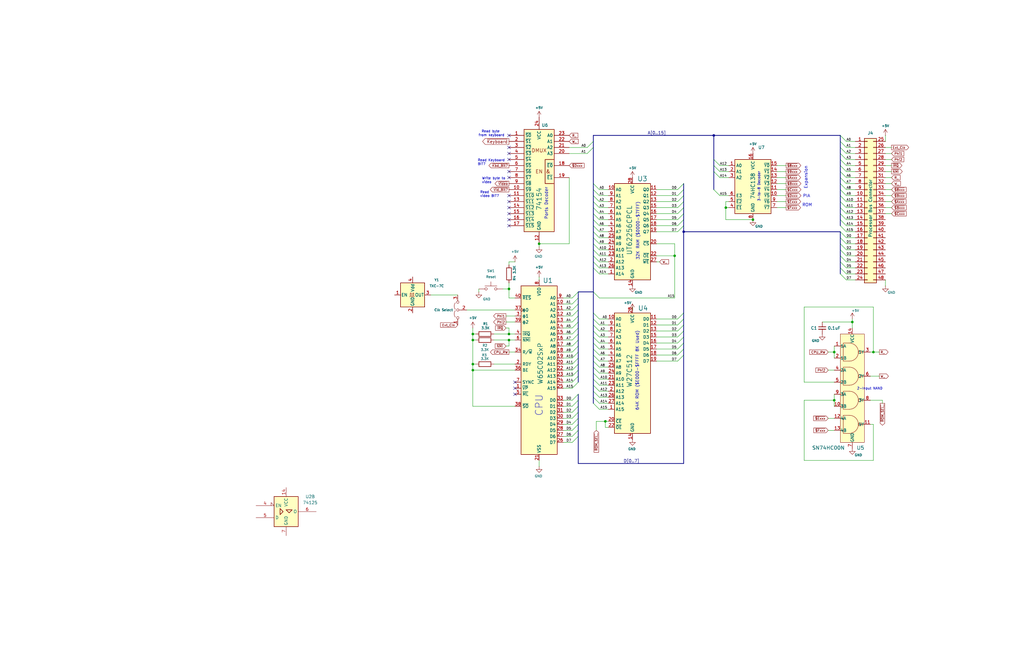
<source format=kicad_sch>
(kicad_sch (version 20250114) (generator "eeschema") (generator_version "9.0")
  (paper "B")
  (title_block (title "Apple I - Reproduction Board") (date "2025-02-18") (rev "v01") (company "IARI Tech, LLC") (comment 1 "Based on original derivative work by Sergey Panarin - SmartyKit") (comment 2 "https://creativecommons.org/licenses/by-nc-sa/4.0/") (comment 3 "This work is licensed under CC BY-NC-SA 4.0") (comment 4 "Tom Gambill"))
  (text "ROM" (at 340.36 86.614 0) (effects (font (size 1.27 1.27))))
  (text "PIA" (at 340.106 82.804 0) (effects (font (size 1.27 1.27))))
  (text "Read\nvideo BIT7" (at 202.438 82.042 0) (effects (font (size 1 1)) (justify left)))
  (text "Write byte to\nvideo" (at 203.2 76.2 0) (effects (font (size 1 1)) (justify left)))
  (text "2-Input NAND" (at 366.776 164.084 0) (effects (font (size 1 1))))
  (text "32K RAM ($0000-$7FFF)" (at 268.986 97.536 90) (effects (font (size 1.27 1.27))))
  (text "Ports Decoder" (at 230.378 85.852 90) (effects (font (size 1.27 1.27))))
  (text "3-to-8 Decoder" (at 320.04 78.74 90) (effects (font (size 1 1))))
  (text "64K ROM ($E000-$FFFF 8K Used)" (at 268.732 156.464 90) (effects (font (size 1.27 1.27))))
  (text "CPU" (at 227.33 171.196 90) (effects (font (size 3 3))))
  (text "Expansion" (at 339.852 74.93 90) (effects (font (size 1.27 1.27))))
  (text "Read Keyboard\nBIT7" (at 201.422 68.58 0) (effects (font (size 1 1)) (justify left)))
  (text "Read byte \nfrom keyboard" (at 207.264 56.388 0) (effects (font (size 1 1))))
  (junction (at 351.79 148.59))
  (junction (at 351.79 168.91))
  (junction (at 214.63 121.92))
  (junction (at 300.99 57.15))
  (junction (at 359.41 135.89))
  (junction (at 284.48 107.95))
  (junction (at 306.07 87.63))
  (junction (at 317.5 92.71))
  (junction (at 288.29 97.79))
  (junction (at 214.63 140.97))
  (junction (at 227.33 102.87))
  (junction (at 199.39 140.97))
  (junction (at 255.27 177.8))
  (junction (at 368.3 148.59))
  (junction (at 199.39 156.21))
  (junction (at 199.39 153.67))
  (junction (at 199.39 143.51))
  (junction (at 214.63 143.51))
  (no_connect (at 214.63 95.25))
  (no_connect (at 214.63 92.71))
  (no_connect (at 214.63 90.17))
  (no_connect (at 214.63 72.39))
  (no_connect (at 217.17 163.83))
  (no_connect (at 214.63 85.09))
  (no_connect (at 217.17 166.37))
  (no_connect (at 214.63 67.31))
  (no_connect (at 217.17 161.29))
  (no_connect (at 214.63 62.23))
  (no_connect (at 214.63 57.15))
  (no_connect (at 214.63 87.63))
  (no_connect (at 214.63 82.55))
  (no_connect (at 214.63 74.93))
  (no_connect (at 214.63 64.77))
  (bus_entry (at 250.19 152.4) (size 2.54 2.54))
  (bus_entry (at 288.29 137.16) (size -2.54 2.54))
  (bus_entry (at 288.29 142.24) (size -2.54 2.54))
  (bus_entry (at 250.19 123.19) (size 2.54 2.54))
  (bus_entry (at 288.29 92.71) (size -2.54 2.54))
  (bus_entry (at 354.33 100.33) (size 2.54 2.54))
  (bus_entry (at 243.84 179.07) (size -2.54 2.54))
  (bus_entry (at 250.19 82.55) (size 2.54 2.54))
  (bus_entry (at 250.19 134.62) (size 2.54 2.54))
  (bus_entry (at 250.19 100.33) (size 2.54 2.54))
  (bus_entry (at 288.29 80.01) (size -2.54 2.54))
  (bus_entry (at 300.99 67.31) (size 2.54 2.54))
  (bus_entry (at 243.84 143.51) (size -2.54 2.54))
  (bus_entry (at 354.33 82.55) (size 2.54 2.54))
  (bus_entry (at 354.33 69.85) (size 2.54 2.54))
  (bus_entry (at 243.84 138.43) (size -2.54 2.54))
  (bus_entry (at 288.29 87.63) (size -2.54 2.54))
  (bus_entry (at 288.29 82.55) (size -2.54 2.54))
  (bus_entry (at 354.33 87.63) (size 2.54 2.54))
  (bus_entry (at 243.84 151.13) (size -2.54 2.54))
  (bus_entry (at 250.19 102.87) (size 2.54 2.54))
  (bus_entry (at 243.84 156.21) (size -2.54 2.54))
  (bus_entry (at 300.99 80.01) (size 2.54 2.54))
  (bus_entry (at 243.84 166.37) (size -2.54 2.54))
  (bus_entry (at 354.33 67.31) (size 2.54 2.54))
  (bus_entry (at 354.33 59.69) (size 2.54 2.54))
  (bus_entry (at 243.84 173.99) (size -2.54 2.54))
  (bus_entry (at 250.19 157.48) (size 2.54 2.54))
  (bus_entry (at 250.19 90.17) (size 2.54 2.54))
  (bus_entry (at 288.29 149.86) (size -2.54 2.54))
  (bus_entry (at 354.33 85.09) (size 2.54 2.54))
  (bus_entry (at 288.29 95.25) (size -2.54 2.54))
  (bus_entry (at 300.99 69.85) (size 2.54 2.54))
  (bus_entry (at 250.19 92.71) (size 2.54 2.54))
  (bus_entry (at 288.29 134.62) (size -2.54 2.54))
  (bus_entry (at 250.19 149.86) (size 2.54 2.54))
  (bus_entry (at 354.33 113.03) (size 2.54 2.54))
  (bus_entry (at 243.84 148.59) (size -2.54 2.54))
  (bus_entry (at 243.84 184.15) (size -2.54 2.54))
  (bus_entry (at 354.33 80.01) (size 2.54 2.54))
  (bus_entry (at 250.19 147.32) (size 2.54 2.54))
  (bus_entry (at 354.33 95.25) (size 2.54 2.54))
  (bus_entry (at 250.19 142.24) (size 2.54 2.54))
  (bus_entry (at 288.29 85.09) (size -2.54 2.54))
  (bus_entry (at 243.84 140.97) (size -2.54 2.54))
  (bus_entry (at 250.19 154.94) (size 2.54 2.54))
  (bus_entry (at 243.84 153.67) (size -2.54 2.54))
  (bus_entry (at 243.84 123.19) (size -2.54 2.54))
  (bus_entry (at 243.84 176.53) (size -2.54 2.54))
  (bus_entry (at 250.19 137.16) (size 2.54 2.54))
  (bus_entry (at 288.29 77.47) (size -2.54 2.54))
  (bus_entry (at 354.33 92.71) (size 2.54 2.54))
  (bus_entry (at 243.84 135.89) (size -2.54 2.54))
  (bus_entry (at 250.19 85.09) (size 2.54 2.54))
  (bus_entry (at 288.29 132.08) (size -2.54 2.54))
  (bus_entry (at 250.19 107.95) (size 2.54 2.54))
  (bus_entry (at 250.19 132.08) (size 2.54 2.54))
  (bus_entry (at 250.19 170.18) (size 2.54 2.54))
  (bus_entry (at 243.84 128.27) (size -2.54 2.54))
  (bus_entry (at 250.19 165.1) (size 2.54 2.54))
  (bus_entry (at 288.29 90.17) (size -2.54 2.54))
  (bus_entry (at 250.19 80.01) (size 2.54 2.54))
  (bus_entry (at 354.33 90.17) (size 2.54 2.54))
  (bus_entry (at 250.19 59.69) (size -2.54 2.54))
  (bus_entry (at 243.84 130.81) (size -2.54 2.54))
  (bus_entry (at 354.33 110.49) (size 2.54 2.54))
  (bus_entry (at 250.19 139.7) (size 2.54 2.54))
  (bus_entry (at 288.29 147.32) (size -2.54 2.54))
  (bus_entry (at 243.84 133.35) (size -2.54 2.54))
  (bus_entry (at 250.19 62.23) (size -2.54 2.54))
  (bus_entry (at 250.19 77.47) (size 2.54 2.54))
  (bus_entry (at 354.33 64.77) (size 2.54 2.54))
  (bus_entry (at 243.84 158.75) (size -2.54 2.54))
  (bus_entry (at 243.84 146.05) (size -2.54 2.54))
  (bus_entry (at 243.84 171.45) (size -2.54 2.54))
  (bus_entry (at 354.33 107.95) (size 2.54 2.54))
  (bus_entry (at 243.84 161.29) (size -2.54 2.54))
  (bus_entry (at 354.33 72.39) (size 2.54 2.54))
  (bus_entry (at 250.19 110.49) (size 2.54 2.54))
  (bus_entry (at 354.33 115.57) (size 2.54 2.54))
  (bus_entry (at 288.29 139.7) (size -2.54 2.54))
  (bus_entry (at 354.33 97.79) (size 2.54 2.54))
  (bus_entry (at 300.99 72.39) (size 2.54 2.54))
  (bus_entry (at 243.84 181.61) (size -2.54 2.54))
  (bus_entry (at 250.19 95.25) (size 2.54 2.54))
  (bus_entry (at 250.19 105.41) (size 2.54 2.54))
  (bus_entry (at 250.19 144.78) (size 2.54 2.54))
  (bus_entry (at 250.19 167.64) (size 2.54 2.54))
  (bus_entry (at 354.33 105.41) (size 2.54 2.54))
  (bus_entry (at 250.19 162.56) (size 2.54 2.54))
  (bus_entry (at 288.29 144.78) (size -2.54 2.54))
  (bus_entry (at 354.33 102.87) (size 2.54 2.54))
  (bus_entry (at 243.84 125.73) (size -2.54 2.54))
  (bus_entry (at 250.19 87.63) (size 2.54 2.54))
  (bus_entry (at 243.84 168.91) (size -2.54 2.54))
  (bus_entry (at 354.33 74.93) (size 2.54 2.54))
  (bus_entry (at 250.19 113.03) (size 2.54 2.54))
  (bus_entry (at 250.19 160.02) (size 2.54 2.54))
  (bus_entry (at 354.33 57.15) (size 2.54 2.54))
  (bus_entry (at 250.19 97.79) (size 2.54 2.54))
  (bus_entry (at 354.33 62.23) (size 2.54 2.54))
  (bus_entry (at 354.33 77.47) (size 2.54 2.54))
  (wire (pts (xy 237.49 138.43) (xy 241.3 138.43)))
  (wire (pts (xy 346.71 135.89) (xy 359.41 135.89)))
  (wire (pts (xy 359.41 135.89) (xy 359.41 138.43)))
  (wire (pts (xy 356.87 59.69) (xy 360.68 59.69)))
  (bus (pts (xy 243.84 148.59) (xy 243.84 146.05)))
  (wire (pts (xy 214.63 110.49) (xy 217.17 110.49)))
  (wire (pts (xy 227.33 116.84) (xy 227.33 118.11)))
  (wire (pts (xy 373.38 90.17) (xy 375.92 90.17)))
  (wire (pts (xy 252.73 85.09) (xy 256.54 85.09)))
  (wire (pts (xy 373.38 82.55) (xy 375.92 82.55)))
  (wire (pts (xy 214.63 119.38) (xy 214.63 121.92)))
  (bus (pts (xy 354.33 64.77) (xy 354.33 67.31)))
  (wire (pts (xy 255.27 180.34) (xy 256.54 180.34)))
  (wire (pts (xy 359.41 134.62) (xy 359.41 135.89)))
  (bus (pts (xy 250.19 162.56) (xy 250.19 165.1)))
  (bus (pts (xy 354.33 107.95) (xy 354.33 110.49)))
  (wire (pts (xy 284.48 102.87) (xy 284.48 107.95)))
  (wire (pts (xy 199.39 143.51) (xy 200.66 143.51)))
  (wire (pts (xy 356.87 100.33) (xy 360.68 100.33)))
  (wire (pts (xy 199.39 140.97) (xy 199.39 143.51)))
  (wire (pts (xy 214.63 140.97) (xy 217.17 140.97)))
  (wire (pts (xy 276.86 107.95) (xy 284.48 107.95)))
  (wire (pts (xy 237.49 133.35) (xy 241.3 133.35)))
  (bus (pts (xy 250.19 110.49) (xy 250.19 113.03)))
  (wire (pts (xy 237.49 163.83) (xy 241.3 163.83)))
  (bus (pts (xy 288.29 77.47) (xy 288.29 80.01)))
  (wire (pts (xy 237.49 158.75) (xy 241.3 158.75)))
  (bus (pts (xy 250.19 147.32) (xy 250.19 149.86)))
  (wire (pts (xy 252.73 160.02) (xy 256.54 160.02)))
  (bus (pts (xy 288.29 82.55) (xy 288.29 85.09)))
  (bus (pts (xy 250.19 80.01) (xy 250.19 82.55)))
  (wire (pts (xy 356.87 85.09) (xy 360.68 85.09)))
  (bus (pts (xy 250.19 85.09) (xy 250.19 87.63)))
  (wire (pts (xy 237.49 171.45) (xy 241.3 171.45)))
  (bus (pts (xy 250.19 113.03) (xy 250.19 123.19)))
  (wire (pts (xy 349.25 148.59) (xy 351.79 148.59)))
  (bus (pts (xy 250.19 165.1) (xy 250.19 167.64)))
  (bus (pts (xy 243.84 135.89) (xy 243.84 133.35)))
  (wire (pts (xy 372.11 168.91) (xy 372.11 170.18)))
  (wire (pts (xy 367.03 148.59) (xy 368.3 148.59)))
  (wire (pts (xy 356.87 113.03) (xy 360.68 113.03)))
  (bus (pts (xy 250.19 97.79) (xy 250.19 100.33)))
  (wire (pts (xy 356.87 90.17) (xy 360.68 90.17)))
  (wire (pts (xy 214.63 121.92) (xy 214.63 125.73)))
  (wire (pts (xy 213.36 135.89) (xy 217.17 135.89)))
  (wire (pts (xy 276.86 90.17) (xy 285.75 90.17)))
  (wire (pts (xy 349.25 181.61) (xy 351.79 181.61)))
  (wire (pts (xy 276.86 137.16) (xy 285.75 137.16)))
  (wire (pts (xy 356.87 118.11) (xy 360.68 118.11)))
  (wire (pts (xy 327.66 69.85) (xy 331.47 69.85)))
  (wire (pts (xy 214.63 110.49) (xy 214.63 111.76)))
  (bus (pts (xy 288.29 87.63) (xy 288.29 90.17)))
  (wire (pts (xy 356.87 102.87) (xy 360.68 102.87)))
  (wire (pts (xy 373.38 74.93) (xy 375.92 74.93)))
  (bus (pts (xy 300.99 67.31) (xy 300.99 69.85)))
  (wire (pts (xy 306.07 87.63) (xy 307.34 87.63)))
  (wire (pts (xy 276.86 80.01) (xy 285.75 80.01)))
  (wire (pts (xy 199.39 156.21) (xy 199.39 153.67)))
  (wire (pts (xy 327.66 85.09) (xy 331.47 85.09)))
  (wire (pts (xy 237.49 146.05) (xy 241.3 146.05)))
  (wire (pts (xy 266.7 130.81) (xy 266.7 129.54)))
  (wire (pts (xy 351.79 168.91) (xy 339.09 168.91)))
  (bus (pts (xy 354.33 82.55) (xy 354.33 85.09)))
  (wire (pts (xy 276.86 97.79) (xy 285.75 97.79)))
  (bus (pts (xy 250.19 92.71) (xy 250.19 95.25)))
  (wire (pts (xy 237.49 176.53) (xy 241.3 176.53)))
  (wire (pts (xy 368.3 148.59) (xy 368.3 129.54)))
  (bus (pts (xy 354.33 57.15) (xy 354.33 59.69)))
  (bus (pts (xy 354.33 62.23) (xy 354.33 64.77)))
  (wire (pts (xy 368.3 129.54) (xy 339.09 129.54)))
  (bus (pts (xy 250.19 107.95) (xy 250.19 110.49)))
  (bus (pts (xy 243.84 181.61) (xy 243.84 184.15)))
  (wire (pts (xy 351.79 146.05) (xy 351.79 148.59)))
  (wire (pts (xy 199.39 153.67) (xy 200.66 153.67)))
  (wire (pts (xy 373.38 87.63) (xy 375.92 87.63)))
  (bus (pts (xy 354.33 59.69) (xy 354.33 62.23)))
  (bus (pts (xy 288.29 134.62) (xy 288.29 137.16)))
  (wire (pts (xy 227.33 104.14) (xy 227.33 102.87)))
  (wire (pts (xy 252.73 95.25) (xy 256.54 95.25)))
  (bus (pts (xy 300.99 57.15) (xy 354.33 57.15)))
  (wire (pts (xy 276.86 144.78) (xy 285.75 144.78)))
  (wire (pts (xy 367.03 168.91) (xy 372.11 168.91)))
  (wire (pts (xy 284.48 107.95) (xy 284.48 125.73)))
  (bus (pts (xy 288.29 85.09) (xy 288.29 87.63)))
  (wire (pts (xy 208.28 153.67) (xy 217.17 153.67)))
  (wire (pts (xy 252.73 125.73) (xy 284.48 125.73)))
  (bus (pts (xy 354.33 113.03) (xy 354.33 115.57)))
  (bus (pts (xy 250.19 167.64) (xy 250.19 170.18)))
  (wire (pts (xy 237.49 125.73) (xy 241.3 125.73)))
  (wire (pts (xy 306.07 87.63) (xy 306.07 92.71)))
  (wire (pts (xy 373.38 118.11) (xy 373.38 120.65)))
  (wire (pts (xy 252.73 154.94) (xy 256.54 154.94)))
  (wire (pts (xy 252.73 157.48) (xy 256.54 157.48)))
  (wire (pts (xy 237.49 128.27) (xy 241.3 128.27)))
  (bus (pts (xy 243.84 133.35) (xy 243.84 130.81)))
  (wire (pts (xy 252.73 152.4) (xy 256.54 152.4)))
  (wire (pts (xy 306.07 85.09) (xy 307.34 85.09)))
  (wire (pts (xy 213.36 133.35) (xy 217.17 133.35)))
  (wire (pts (xy 276.86 147.32) (xy 285.75 147.32)))
  (bus (pts (xy 250.19 102.87) (xy 250.19 105.41)))
  (bus (pts (xy 243.84 138.43) (xy 243.84 135.89)))
  (wire (pts (xy 276.86 142.24) (xy 285.75 142.24)))
  (wire (pts (xy 252.73 149.86) (xy 256.54 149.86)))
  (wire (pts (xy 356.87 110.49) (xy 360.68 110.49)))
  (wire (pts (xy 252.73 110.49) (xy 256.54 110.49)))
  (wire (pts (xy 339.09 194.31) (xy 368.3 194.31)))
  (bus (pts (xy 243.84 130.81) (xy 243.84 128.27)))
  (bus (pts (xy 243.84 123.19) (xy 250.19 123.19)))
  (bus (pts (xy 250.19 82.55) (xy 250.19 85.09)))
  (bus (pts (xy 250.19 62.23) (xy 250.19 59.69)))
  (wire (pts (xy 367.03 158.75) (xy 370.84 158.75)))
  (wire (pts (xy 252.73 139.7) (xy 256.54 139.7)))
  (wire (pts (xy 303.53 74.93) (xy 307.34 74.93)))
  (bus (pts (xy 354.33 87.63) (xy 354.33 90.17)))
  (bus (pts (xy 288.29 92.71) (xy 288.29 95.25)))
  (wire (pts (xy 276.86 152.4) (xy 285.75 152.4)))
  (wire (pts (xy 199.39 143.51) (xy 199.39 153.67)))
  (wire (pts (xy 213.36 138.43) (xy 214.63 138.43)))
  (bus (pts (xy 288.29 132.08) (xy 288.29 134.62)))
  (bus (pts (xy 243.84 161.29) (xy 243.84 158.75)))
  (wire (pts (xy 199.39 156.21) (xy 217.17 156.21)))
  (wire (pts (xy 373.38 57.15) (xy 373.38 59.69)))
  (wire (pts (xy 373.38 67.31) (xy 375.92 67.31)))
  (wire (pts (xy 356.87 77.47) (xy 360.68 77.47)))
  (wire (pts (xy 240.03 62.23) (xy 247.65 62.23)))
  (wire (pts (xy 252.73 87.63) (xy 256.54 87.63)))
  (wire (pts (xy 276.86 102.87) (xy 284.48 102.87)))
  (bus (pts (xy 243.84 195.58) (xy 288.29 195.58)))
  (bus (pts (xy 288.29 80.01) (xy 288.29 82.55)))
  (wire (pts (xy 237.49 135.89) (xy 241.3 135.89)))
  (wire (pts (xy 276.86 87.63) (xy 285.75 87.63)))
  (wire (pts (xy 373.38 69.85) (xy 375.92 69.85)))
  (wire (pts (xy 252.73 92.71) (xy 256.54 92.71)))
  (bus (pts (xy 243.84 125.73) (xy 243.84 123.19)))
  (bus (pts (xy 250.19 77.47) (xy 250.19 80.01)))
  (wire (pts (xy 356.87 74.93) (xy 360.68 74.93)))
  (wire (pts (xy 356.87 62.23) (xy 360.68 62.23)))
  (wire (pts (xy 252.73 80.01) (xy 256.54 80.01)))
  (wire (pts (xy 327.66 87.63) (xy 331.47 87.63)))
  (wire (pts (xy 237.49 143.51) (xy 241.3 143.51)))
  (bus (pts (xy 288.29 90.17) (xy 288.29 92.71)))
  (bus (pts (xy 250.19 134.62) (xy 250.19 137.16)))
  (bus (pts (xy 243.84 179.07) (xy 243.84 181.61)))
  (wire (pts (xy 351.79 168.91) (xy 351.79 171.45)))
  (wire (pts (xy 255.27 177.8) (xy 256.54 177.8)))
  (wire (pts (xy 306.07 85.09) (xy 306.07 87.63)))
  (wire (pts (xy 252.73 107.95) (xy 256.54 107.95)))
  (bus (pts (xy 354.33 77.47) (xy 354.33 80.01)))
  (wire (pts (xy 356.87 72.39) (xy 360.68 72.39)))
  (bus (pts (xy 300.99 69.85) (xy 300.99 72.39)))
  (bus (pts (xy 354.33 110.49) (xy 354.33 113.03)))
  (bus (pts (xy 288.29 142.24) (xy 288.29 144.78)))
  (wire (pts (xy 237.49 173.99) (xy 241.3 173.99)))
  (wire (pts (xy 251.46 177.8) (xy 251.46 181.61)))
  (bus (pts (xy 250.19 137.16) (xy 250.19 139.7)))
  (bus (pts (xy 250.19 154.94) (xy 250.19 157.48)))
  (wire (pts (xy 356.87 95.25) (xy 360.68 95.25)))
  (bus (pts (xy 243.84 143.51) (xy 243.84 140.97)))
  (bus (pts (xy 250.19 157.48) (xy 250.19 160.02)))
  (bus (pts (xy 250.19 77.47) (xy 250.19 62.23)))
  (wire (pts (xy 237.49 156.21) (xy 241.3 156.21)))
  (wire (pts (xy 196.85 130.81) (xy 217.17 130.81)))
  (wire (pts (xy 373.38 80.01) (xy 375.92 80.01)))
  (bus (pts (xy 243.84 168.91) (xy 243.84 171.45)))
  (wire (pts (xy 356.87 92.71) (xy 360.68 92.71)))
  (wire (pts (xy 252.73 170.18) (xy 256.54 170.18)))
  (wire (pts (xy 240.03 64.77) (xy 247.65 64.77)))
  (wire (pts (xy 237.49 168.91) (xy 241.3 168.91)))
  (wire (pts (xy 214.63 148.59) (xy 217.17 148.59)))
  (wire (pts (xy 240.03 102.87) (xy 227.33 102.87)))
  (bus (pts (xy 288.29 144.78) (xy 288.29 147.32)))
  (bus (pts (xy 288.29 147.32) (xy 288.29 149.86)))
  (wire (pts (xy 199.39 140.97) (xy 200.66 140.97)))
  (wire (pts (xy 356.87 87.63) (xy 360.68 87.63)))
  (wire (pts (xy 276.86 149.86) (xy 285.75 149.86)))
  (bus (pts (xy 354.33 90.17) (xy 354.33 92.71)))
  (wire (pts (xy 237.49 130.81) (xy 241.3 130.81)))
  (bus (pts (xy 243.84 173.99) (xy 243.84 176.53)))
  (bus (pts (xy 250.19 160.02) (xy 250.19 162.56)))
  (wire (pts (xy 214.63 125.73) (xy 217.17 125.73)))
  (bus (pts (xy 243.84 153.67) (xy 243.84 151.13)))
  (bus (pts (xy 354.33 67.31) (xy 354.33 69.85)))
  (wire (pts (xy 237.49 181.61) (xy 241.3 181.61)))
  (wire (pts (xy 339.09 161.29) (xy 351.79 161.29)))
  (wire (pts (xy 356.87 64.77) (xy 360.68 64.77)))
  (bus (pts (xy 250.19 149.86) (xy 250.19 152.4)))
  (wire (pts (xy 276.86 82.55) (xy 285.75 82.55)))
  (bus (pts (xy 250.19 87.63) (xy 250.19 90.17)))
  (wire (pts (xy 252.73 90.17) (xy 256.54 90.17)))
  (wire (pts (xy 276.86 95.25) (xy 285.75 95.25)))
  (wire (pts (xy 276.86 139.7) (xy 285.75 139.7)))
  (bus (pts (xy 250.19 132.08) (xy 250.19 134.62)))
  (wire (pts (xy 251.46 177.8) (xy 255.27 177.8)))
  (bus (pts (xy 288.29 149.86) (xy 288.29 195.58)))
  (wire (pts (xy 306.07 92.71) (xy 317.5 92.71)))
  (wire (pts (xy 208.28 140.97) (xy 214.63 140.97)))
  (wire (pts (xy 252.73 147.32) (xy 256.54 147.32)))
  (wire (pts (xy 349.25 156.21) (xy 351.79 156.21)))
  (wire (pts (xy 339.09 168.91) (xy 339.09 194.31)))
  (bus (pts (xy 243.84 151.13) (xy 243.84 148.59)))
  (wire (pts (xy 217.17 171.45) (xy 199.39 171.45)))
  (wire (pts (xy 237.49 179.07) (xy 241.3 179.07)))
  (wire (pts (xy 356.87 67.31) (xy 360.68 67.31)))
  (wire (pts (xy 373.38 64.77) (xy 375.92 64.77)))
  (bus (pts (xy 250.19 100.33) (xy 250.19 102.87)))
  (bus (pts (xy 288.29 139.7) (xy 288.29 142.24)))
  (bus (pts (xy 300.99 72.39) (xy 300.99 80.01)))
  (bus (pts (xy 243.84 184.15) (xy 243.84 195.58)))
  (wire (pts (xy 356.87 69.85) (xy 360.68 69.85)))
  (wire (pts (xy 356.87 115.57) (xy 360.68 115.57)))
  (wire (pts (xy 373.38 85.09) (xy 375.92 85.09)))
  (wire (pts (xy 252.73 100.33) (xy 256.54 100.33)))
  (wire (pts (xy 255.27 177.8) (xy 255.27 180.34)))
  (wire (pts (xy 276.86 85.09) (xy 285.75 85.09)))
  (wire (pts (xy 327.66 77.47) (xy 331.47 77.47)))
  (wire (pts (xy 199.39 138.43) (xy 199.39 140.97)))
  (wire (pts (xy 252.73 82.55) (xy 256.54 82.55)))
  (wire (pts (xy 252.73 144.78) (xy 256.54 144.78)))
  (bus (pts (xy 250.19 57.15) (xy 300.99 57.15)))
  (wire (pts (xy 368.3 194.31) (xy 368.3 179.07)))
  (bus (pts (xy 354.33 100.33) (xy 354.33 102.87)))
  (bus (pts (xy 288.29 95.25) (xy 288.29 97.79)))
  (wire (pts (xy 303.53 82.55) (xy 307.34 82.55)))
  (wire (pts (xy 237.49 140.97) (xy 241.3 140.97)))
  (bus (pts (xy 243.84 140.97) (xy 243.84 138.43)))
  (wire (pts (xy 252.73 115.57) (xy 256.54 115.57)))
  (wire (pts (xy 240.03 74.93) (xy 240.03 102.87)))
  (wire (pts (xy 368.3 179.07) (xy 367.03 179.07)))
  (wire (pts (xy 252.73 97.79) (xy 256.54 97.79)))
  (bus (pts (xy 354.33 102.87) (xy 354.33 105.41)))
  (wire (pts (xy 356.87 82.55) (xy 360.68 82.55)))
  (wire (pts (xy 252.73 172.72) (xy 256.54 172.72)))
  (wire (pts (xy 252.73 167.64) (xy 256.54 167.64)))
  (bus (pts (xy 243.84 156.21) (xy 243.84 153.67)))
  (wire (pts (xy 356.87 105.41) (xy 360.68 105.41)))
  (bus (pts (xy 243.84 128.27) (xy 243.84 125.73)))
  (wire (pts (xy 237.49 184.15) (xy 241.3 184.15)))
  (wire (pts (xy 303.53 72.39) (xy 307.34 72.39)))
  (bus (pts (xy 354.33 85.09) (xy 354.33 87.63)))
  (wire (pts (xy 356.87 97.79) (xy 360.68 97.79)))
  (wire (pts (xy 252.73 134.62) (xy 256.54 134.62)))
  (wire (pts (xy 237.49 153.67) (xy 241.3 153.67)))
  (bus (pts (xy 250.19 123.19) (xy 250.19 132.08)))
  (bus (pts (xy 250.19 144.78) (xy 250.19 147.32)))
  (wire (pts (xy 368.3 148.59) (xy 370.84 148.59)))
  (wire (pts (xy 351.79 166.37) (xy 351.79 168.91)))
  (bus (pts (xy 354.33 97.79) (xy 354.33 100.33)))
  (wire (pts (xy 237.49 161.29) (xy 241.3 161.29)))
  (bus (pts (xy 354.33 69.85) (xy 354.33 72.39)))
  (bus (pts (xy 243.84 158.75) (xy 243.84 156.21)))
  (wire (pts (xy 373.38 62.23) (xy 375.92 62.23)))
  (wire (pts (xy 327.66 82.55) (xy 331.47 82.55)))
  (wire (pts (xy 278.13 110.49) (xy 276.86 110.49)))
  (wire (pts (xy 339.09 129.54) (xy 339.09 161.29)))
  (wire (pts (xy 252.73 105.41) (xy 256.54 105.41)))
  (wire (pts (xy 373.38 77.47) (xy 375.92 77.47)))
  (wire (pts (xy 214.63 143.51) (xy 217.17 143.51)))
  (wire (pts (xy 237.49 148.59) (xy 241.3 148.59)))
  (bus (pts (xy 243.84 146.05) (xy 243.84 143.51)))
  (bus (pts (xy 250.19 139.7) (xy 250.19 142.24)))
  (bus (pts (xy 354.33 74.93) (xy 354.33 77.47)))
  (wire (pts (xy 327.66 80.01) (xy 331.47 80.01)))
  (wire (pts (xy 276.86 92.71) (xy 285.75 92.71)))
  (wire (pts (xy 214.63 138.43) (xy 214.63 140.97)))
  (wire (pts (xy 252.73 102.87) (xy 256.54 102.87)))
  (wire (pts (xy 227.33 194.31) (xy 227.33 196.85)))
  (bus (pts (xy 250.19 92.71) (xy 250.19 90.17)))
  (bus (pts (xy 250.19 152.4) (xy 250.19 154.94)))
  (wire (pts (xy 214.63 143.51) (xy 214.63 146.05)))
  (wire (pts (xy 252.73 165.1) (xy 256.54 165.1)))
  (bus (pts (xy 354.33 105.41) (xy 354.33 107.95)))
  (bus (pts (xy 250.19 97.79) (xy 250.19 95.25)))
  (wire (pts (xy 327.66 74.93) (xy 331.47 74.93)))
  (bus (pts (xy 354.33 72.39) (xy 354.33 74.93)))
  (wire (pts (xy 349.25 176.53) (xy 351.79 176.53)))
  (bus (pts (xy 288.29 97.79) (xy 288.29 132.08)))
  (bus (pts (xy 288.29 97.79) (xy 354.33 97.79)))
  (bus (pts (xy 354.33 82.55) (xy 354.33 80.01)))
  (wire (pts (xy 252.73 137.16) (xy 256.54 137.16)))
  (bus (pts (xy 250.19 142.24) (xy 250.19 144.78)))
  (wire (pts (xy 212.09 121.92) (xy 214.63 121.92)))
  (bus (pts (xy 243.84 171.45) (xy 243.84 173.99)))
  (wire (pts (xy 208.28 143.51) (xy 214.63 143.51)))
  (wire (pts (xy 303.53 69.85) (xy 307.34 69.85)))
  (wire (pts (xy 252.73 162.56) (xy 256.54 162.56)))
  (wire (pts (xy 199.39 171.45) (xy 199.39 156.21)))
  (bus (pts (xy 250.19 59.69) (xy 250.19 57.15)))
  (wire (pts (xy 252.73 142.24) (xy 256.54 142.24)))
  (wire (pts (xy 237.49 186.69) (xy 241.3 186.69)))
  (wire (pts (xy 181.61 124.46) (xy 193.04 124.46)))
  (wire (pts (xy 252.73 113.03) (xy 256.54 113.03)))
  (bus (pts (xy 243.84 166.37) (xy 243.84 168.91)))
  (bus (pts (xy 354.33 92.71) (xy 354.33 95.25)))
  (bus (pts (xy 250.19 105.41) (xy 250.19 107.95)))
  (wire (pts (xy 356.87 107.95) (xy 360.68 107.95)))
  (wire (pts (xy 237.49 151.13) (xy 241.3 151.13)))
  (wire (pts (xy 327.66 72.39) (xy 331.47 72.39)))
  (wire (pts (xy 201.93 121.92) (xy 201.93 123.19)))
  (wire (pts (xy 356.87 80.01) (xy 360.68 80.01)))
  (bus (pts (xy 288.29 137.16) (xy 288.29 139.7)))
  (wire (pts (xy 373.38 72.39) (xy 375.92 72.39)))
  (bus (pts (xy 300.99 57.15) (xy 300.99 67.31)))
  (wire (pts (xy 351.79 148.59) (xy 351.79 151.13)))
  (wire (pts (xy 213.36 146.05) (xy 214.63 146.05)))
  (bus (pts (xy 243.84 176.53) (xy 243.84 179.07)))
  (wire (pts (xy 276.86 134.62) (xy 285.75 134.62)))
  (label "D2" (at 283.21 85.09 0) (effects (font (size 1 1))))
  (label "D3" (at 238.76 176.53 0) (effects (font (size 1 1))))
  (label "A6" (at 252.73 95.25 0) (effects (font (size 1 1))))
  (label "A9" (at 253.132 157.48 0) (effects (font (size 1 1))))
  (label "A9" (at 356.87 82.55 0) (effects (font (size 1 1))))
  (label "D5" (at 238.76 181.61 0) (effects (font (size 1 1))))
  (label "A9" (at 238.76 148.59 0) (effects (font (size 1 1))))
  (label "D1" (at 238.76 171.45 0) (effects (font (size 1 1))))
  (label "D7" (at 283.21 97.79 0) (effects (font (size 1 1))))
  (label "A5" (at 253.132 147.32 0) (effects (font (size 1 1))))
  (label "A[0..15]" (at 273.05 57.15 0))
  (label "D7" (at 283.21 152.4 0) (effects (font (size 1 1))))
  (label "A2" (at 356.87 64.77 0) (effects (font (size 1 1))))
  (label "A5" (at 238.76 138.43 0) (effects (font (size 1 1))))
  (label "A11" (at 252.73 107.95 0) (effects (font (size 1 1))))
  (label "A4" (at 238.76 135.89 0) (effects (font (size 1 1))))
  (label "D[0..7]" (at 262.89 195.58 0))
  (label "D4" (at 283.21 144.78 0) (effects (font (size 1 1))))
  (label "D5" (at 283.21 92.71 0) (effects (font (size 1 1))))
  (label "A14" (at 303.53 74.93 0) (effects (font (size 1 1))))
  (label "A14" (at 253.132 170.18 0) (effects (font (size 1 1))))
  (label "A13" (at 303.53 72.39 0) (effects (font (size 1 1))))
  (label "A2" (at 238.76 130.81 0) (effects (font (size 1 1))))
  (label "A6" (at 253.132 149.86 0) (effects (font (size 1 1))))
  (label "A12" (at 253.132 165.1 0) (effects (font (size 1 1))))
  (label "D6" (at 283.21 95.25 0) (effects (font (size 1 1))))
  (label "A1" (at 238.76 128.27 0) (effects (font (size 1 1))))
  (label "A12" (at 356.87 90.17 0) (effects (font (size 1 1))))
  (label "A11" (at 356.87 87.63 0) (effects (font (size 1 1))))
  (label "D6" (at 283.21 149.86 0) (effects (font (size 1 1))))
  (label "A10" (at 356.87 85.09 0) (effects (font (size 1 1))))
  (label "A14" (at 356.87 95.25 0) (effects (font (size 1 1))))
  (label "A1" (at 245.11 64.77 0) (effects (font (size 1 1))))
  (label "A2" (at 252.73 85.09 0) (effects (font (size 1 1))))
  (label "A4" (at 253.132 144.78 0) (effects (font (size 1 1))))
  (label "A3" (at 356.87 67.31 0) (effects (font (size 1 1))))
  (label "D7" (at 356.87 118.11 0) (effects (font (size 1 1))))
  (label "D0" (at 238.76 168.91 0) (effects (font (size 1 1))))
  (label "A0" (at 252.73 80.01 0) (effects (font (size 1 1))))
  (label "A5" (at 356.87 72.39 0) (effects (font (size 1 1))))
  (label "A12" (at 238.76 156.21 0) (effects (font (size 1 1))))
  (label "D4" (at 283.21 90.17 0) (effects (font (size 1 1))))
  (label "A6" (at 356.87 74.93 0) (effects (font (size 1 1))))
  (label "A3" (at 238.76 133.35 0) (effects (font (size 1 1))))
  (label "A13" (at 356.87 92.71 0) (effects (font (size 1 1))))
  (label "D5" (at 283.21 147.32 0) (effects (font (size 1 1))))
  (label "A4" (at 252.73 90.17 0) (effects (font (size 1 1))))
  (label "A10" (at 252.73 105.41 0) (effects (font (size 1 1))))
  (label "A2" (at 253.132 139.7 0) (effects (font (size 1 1))))
  (label "A10" (at 253.132 160.02 0) (effects (font (size 1 1))))
  (label "A1" (at 253.132 137.16 0) (effects (font (size 1 1))))
  (label "A0" (at 356.87 59.69 0) (effects (font (size 1 1))))
  (label "D4" (at 238.76 179.07 0) (effects (font (size 1 1))))
  (label "A1" (at 356.87 62.23 0) (effects (font (size 1 1))))
  (label "A7" (at 356.87 77.47 0) (effects (font (size 1 1))))
  (label "D6" (at 238.76 184.15 0) (effects (font (size 1 1))))
  (label "D5" (at 356.87 113.03 0) (effects (font (size 1 1))))
  (label "A7" (at 253.132 152.4 0) (effects (font (size 1 1))))
  (label "D2" (at 238.76 173.99 0) (effects (font (size 1 1))))
  (label "D4" (at 356.87 110.49 0) (effects (font (size 1 1))))
  (label "A14" (at 238.76 161.29 0) (effects (font (size 1 1))))
  (label "D7" (at 238.76 186.69 0) (effects (font (size 1 1))))
  (label "A15" (at 284.48 125.73 180) (effects (font (size 1 1))))
  (label "A12" (at 252.73 110.49 0) (effects (font (size 1 1))))
  (label "A1" (at 252.73 82.55 0) (effects (font (size 1 1))))
  (label "A0" (at 254 134.62 0) (effects (font (size 1 1))))
  (label "A6" (at 238.76 140.97 0) (effects (font (size 1 1))))
  (label "A11" (at 238.76 153.67 0) (effects (font (size 1 1))))
  (label "D2" (at 356.87 105.41 0) (effects (font (size 1 1))))
  (label "D3" (at 283.21 87.63 0) (effects (font (size 1 1))))
  (label "D1" (at 283.21 137.16 0) (effects (font (size 1 1))))
  (label "A10" (at 238.76 151.13 0) (effects (font (size 1 1))))
  (label "A8" (at 252.73 100.33 0) (effects (font (size 1 1))))
  (label "A8" (at 253.132 154.94 0) (effects (font (size 1 1))))
  (label "A3" (at 252.73 87.63 0) (effects (font (size 1 1))))
  (label "A0" (at 245.11 62.23 0) (effects (font (size 1 1))))
  (label "A7" (at 252.73 97.79 0) (effects (font (size 1 1))))
  (label "A3" (at 253.132 142.24 0) (effects (font (size 1 1))))
  (label "A15" (at 303.53 82.55 0) (effects (font (size 1 1))))
  (label "A7" (at 238.76 143.51 0) (effects (font (size 1 1))))
  (label "D0" (at 356.87 100.33 0) (effects (font (size 1 1))))
  (label "A0" (at 238.76 125.73 0) (effects (font (size 1 1))))
  (label "A9" (at 252.73 102.87 0) (effects (font (size 1 1))))
  (label "A13" (at 252.73 113.03 0) (effects (font (size 1 1))))
  (label "A8" (at 356.87 80.01 0) (effects (font (size 1 1))))
  (label "D0" (at 283.21 80.01 0) (effects (font (size 1 1))))
  (label "A15" (at 253.132 172.72 0) (effects (font (size 1 1))))
  (label "D3" (at 283.21 142.24 0) (effects (font (size 1 1))))
  (label "D1" (at 283.21 82.55 0) (effects (font (size 1 1))))
  (label "D0" (at 283.21 134.62 0) (effects (font (size 1 1))))
  (label "A8" (at 238.76 146.05 0) (effects (font (size 1 1))))
  (label "D6" (at 356.87 115.57 0) (effects (font (size 1 1))))
  (label "D1" (at 356.87 102.87 0) (effects (font (size 1 1))))
  (label "A14" (at 252.73 115.57 0) (effects (font (size 1 1))))
  (label "D3" (at 356.87 107.95 0) (effects (font (size 1 1))))
  (label "D2" (at 283.21 139.7 0) (effects (font (size 1 1))))
  (label "A13" (at 253.132 167.64 0) (effects (font (size 1 1))))
  (label "A11" (at 253.132 162.56 0) (effects (font (size 1 1))))
  (label "A4" (at 356.87 69.85 0) (effects (font (size 1 1))))
  (label "A15" (at 238.76 163.83 0) (effects (font (size 1 1))))
  (label "A15" (at 356.87 97.79 0) (effects (font (size 1 1))))
  (label "A13" (at 238.76 158.75 0) (effects (font (size 1 1))))
  (label "A5" (at 252.73 92.71 0) (effects (font (size 1 1))))
  (label "A12" (at 303.53 69.85 0) (effects (font (size 1 1))))
  (global_label "~{Vid_Bit7}" (shape output) (at 214.63 80.01 180) (effects (font (size 1 1))) (property "Intersheetrefs" "${INTERSHEET_REFS}" (effects (hide yes))))
  (global_label "W_" (shape input) (at 240.03 59.69 0) (effects (font (size 1 1))) (property "Intersheetrefs" "${INTERSHEET_REFS}" (effects (hide yes))))
  (global_label "R_" (shape input) (at 240.03 57.15 0) (effects (font (size 1 1))) (property "Intersheetrefs" "${INTERSHEET_REFS}" (effects (hide yes))))
  (global_label "~{$Axxx}" (shape input) (at 375.92 85.09 0) (effects (font (size 1 1))) (property "Intersheetrefs" "${INTERSHEET_REFS}" (effects (hide yes))))
  (global_label "~{$Exxx}" (shape input) (at 349.25 176.53 180) (effects (font (size 1 1))) (property "Intersheetrefs" "${INTERSHEET_REFS}" (effects (hide yes))))
  (global_label "~{ROM_SEL_}" (shape output) (at 372.11 170.18 270) (effects (font (size 1 1))) (property "Intersheetrefs" "${INTERSHEET_REFS}" (effects (hide yes))))
  (global_label "~{$Fxxx}" (shape input) (at 349.25 181.61 180) (effects (font (size 1 1))) (property "Intersheetrefs" "${INTERSHEET_REFS}" (effects (hide yes))))
  (global_label "Phi1" (shape output) (at 213.36 133.35 180) (effects (font (size 1 1))) (property "Intersheetrefs" "${INTERSHEET_REFS}" (effects (hide yes))))
  (global_label "W_" (shape input) (at 278.13 110.49 0) (effects (font (size 1 1))) (property "Intersheetrefs" "${INTERSHEET_REFS}" (effects (hide yes))))
  (global_label "~{$Axxx}" (shape output) (at 331.47 74.93 0) (effects (font (size 1 1))) (property "Intersheetrefs" "${INTERSHEET_REFS}" (effects (hide yes))))
  (global_label "Phi1" (shape input) (at 375.92 64.77 0) (effects (font (size 1 1))) (property "Intersheetrefs" "${INTERSHEET_REFS}" (effects (hide yes))))
  (global_label "~{$9xxx}" (shape input) (at 375.92 82.55 0) (effects (font (size 1 1))) (property "Intersheetrefs" "${INTERSHEET_REFS}" (effects (hide yes))))
  (global_label "Ext_Clk" (shape input) (at 193.04 137.16 180) (effects (font (size 1 1))) (property "Intersheetrefs" "${INTERSHEET_REFS}" (effects (hide yes))))
  (global_label "Phi2" (shape input) (at 349.25 156.21 180) (effects (font (size 1 1))) (property "Intersheetrefs" "${INTERSHEET_REFS}" (effects (hide yes))))
  (global_label "Phi2" (shape input) (at 375.92 67.31 0) (effects (font (size 1 1))) (property "Intersheetrefs" "${INTERSHEET_REFS}" (effects (hide yes))))
  (global_label "~{$Cxxx}" (shape input) (at 375.92 90.17 0) (effects (font (size 1 1))) (property "Intersheetrefs" "${INTERSHEET_REFS}" (effects (hide yes))))
  (global_label "Ext_Clk" (shape output) (at 375.92 62.23 0) (effects (font (size 1 1))) (property "Intersheetrefs" "${INTERSHEET_REFS}" (effects (hide yes))))
  (global_label "~{Keyboard}" (shape output) (at 214.63 59.69 180) (property "Intersheetrefs" "${INTERSHEET_REFS}" (effects (hide yes))))
  (global_label "~{$Bxxx}" (shape output) (at 331.47 77.47 0) (effects (font (size 1 1))) (property "Intersheetrefs" "${INTERSHEET_REFS}" (effects (hide yes))))
  (global_label "~{IRQ}" (shape input) (at 213.36 138.43 180) (effects (font (size 1 1))) (property "Intersheetrefs" "${INTERSHEET_REFS}" (effects (hide yes))))
  (global_label "~{$Dxxx}" (shape output) (at 331.47 82.55 0) (effects (font (size 1 1))) (property "Intersheetrefs" "${INTERSHEET_REFS}" (effects (hide yes))))
  (global_label "~{$9xxx}" (shape output) (at 331.47 72.39 0) (effects (font (size 1 1))) (property "Intersheetrefs" "${INTERSHEET_REFS}" (effects (hide yes))))
  (global_label "~{$8xxx}" (shape output) (at 331.47 69.85 0) (effects (font (size 1 1))) (property "Intersheetrefs" "${INTERSHEET_REFS}" (effects (hide yes))))
  (global_label "CPU_RW" (shape input) (at 349.25 148.59 180) (effects (font (size 1 1))) (property "Intersheetrefs" "${INTERSHEET_REFS}" (effects (hide yes))))
  (global_label "~{$Dxxx}" (shape input) (at 240.03 69.85 0) (effects (font (size 1 1))) (property "Intersheetrefs" "${INTERSHEET_REFS}" (effects (hide yes))))
  (global_label "~{Kbd_Bit7}" (shape output) (at 214.63 69.85 180) (effects (font (size 1 1))) (property "Intersheetrefs" "${INTERSHEET_REFS}" (effects (hide yes))))
  (global_label "W_" (shape output) (at 370.84 158.75 0) (effects (font (size 1 1))) (property "Intersheetrefs" "${INTERSHEET_REFS}" (effects (hide yes))))
  (global_label "R_" (shape input) (at 375.92 74.93 0) (effects (font (size 1 1))) (property "Intersheetrefs" "${INTERSHEET_REFS}" (effects (hide yes))))
  (global_label "~{Video}" (shape output) (at 214.63 77.47 180) (effects (font (size 1 1))) (property "Intersheetrefs" "${INTERSHEET_REFS}" (effects (hide yes))))
  (global_label "~{$Exxx}" (shape output) (at 331.47 85.09 0) (effects (font (size 1 1))) (property "Intersheetrefs" "${INTERSHEET_REFS}" (effects (hide yes))))
  (global_label "~{ROM_SEL_}" (shape input) (at 251.46 181.61 270) (effects (font (size 1 1))) (property "Intersheetrefs" "${INTERSHEET_REFS}" (effects (hide yes))))
  (global_label "~{NMI}" (shape output) (at 375.92 72.39 0) (effects (font (size 1 1))) (property "Intersheetrefs" "${INTERSHEET_REFS}" (effects (hide yes))))
  (global_label "~{$Fxxx}" (shape output) (at 331.47 87.63 0) (effects (font (size 1 1))) (property "Intersheetrefs" "${INTERSHEET_REFS}" (effects (hide yes))))
  (global_label "~{NMI}" (shape input) (at 213.36 146.05 180) (effects (font (size 1 1))) (property "Intersheetrefs" "${INTERSHEET_REFS}" (effects (hide yes))))
  (global_label "~{$Bxxx}" (shape input) (at 375.92 87.63 0) (effects (font (size 1 1))) (property "Intersheetrefs" "${INTERSHEET_REFS}" (effects (hide yes))))
  (global_label "~{$8xxx}" (shape input) (at 375.92 80.01 0) (effects (font (size 1 1))) (property "Intersheetrefs" "${INTERSHEET_REFS}" (effects (hide yes))))
  (global_label "W_" (shape input) (at 375.92 77.47 0) (effects (font (size 1 1))) (property "Intersheetrefs" "${INTERSHEET_REFS}" (effects (hide yes))))
  (global_label "R_" (shape output) (at 370.84 148.59 0) (effects (font (size 1 1))) (property "Intersheetrefs" "${INTERSHEET_REFS}" (effects (hide yes))))
  (global_label "Phi2" (shape output) (at 213.36 135.89 180) (effects (font (size 1 1))) (property "Intersheetrefs" "${INTERSHEET_REFS}" (effects (hide yes))))
  (global_label "~{IRQ}" (shape output) (at 375.92 69.85 0) (effects (font (size 1 1))) (property "Intersheetrefs" "${INTERSHEET_REFS}" (effects (hide yes))))
  (global_label "CPU_RW" (shape output) (at 214.63 148.59 180) (effects (font (size 1 1))) (property "Intersheetrefs" "${INTERSHEET_REFS}" (effects (hide yes))))
  (global_label "~{$Cxxx}" (shape output) (at 331.47 80.01 0) (effects (font (size 1 1))) (property "Intersheetrefs" "${INTERSHEET_REFS}" (effects (hide yes))))
  (symbol (lib_id "dk_Logic-Gates-and-Inverters:SN74HC00N") (at 359.41 163.83 0) (unit 1)
    (property "Reference" "U5" (at 361.188 188.976 0) (effects (font (size 1.524 1.524)) (justify left)))
    (property "Value" "SN74HC00N" (at 342.392 188.976 0) (effects (font (size 1.524 1.524)) (justify left)))
    (property "Footprint" "digikey-footprints:DIP-14_W3mm" (effects (hide yes)))
    (property "Datasheet" "http://www.ti.com/general/docs/suppproductinfo.tsp?distId=10&gotoUrl=http%3A%2F%2Fwww.ti.com%2Flit%2Fgpn%2Fsn74hc00" (effects (hide yes)))
    (property "Description" "IC GATE NAND 4CH 2-INP 14DIP" (effects (hide yes)))
    (property "Digi-Key_PN" "296-1563-5-ND" (effects (hide yes)))
    (property "MPN" "SN74HC00N" (effects (hide yes)))
    (property "Category" "Integrated Circuits (ICs)" (effects (hide yes)))
    (property "Family" "Logic - Gates and Inverters" (effects (hide yes)))
    (property "DK_Datasheet_Link" "http://www.ti.com/general/docs/suppproductinfo.tsp?distId=10&gotoUrl=http%3A%2F%2Fwww.ti.com%2Flit%2Fgpn%2Fsn74hc00" (effects (hide yes)))
    (property "DK_Detail_Page" "/product-detail/en/texas-instruments/SN74HC00N/296-1563-5-ND/277209" (effects (hide yes)))
    (property "Description_1" "IC GATE NAND 4CH 2-INP 14DIP" (effects (hide yes)))
    (property "Manufacturer" "Texas Instruments" (effects (hide yes)))
    (property "Status" "Active" (effects (hide yes)))
  )
  (symbol (lib_id "Oscillator:TXC-7C") (at 173.99 124.46 0) (unit 1)
    (property "Reference" "Y1" (at 184.15 118.1414 0) (effects (font (size 1 1))))
    (property "Value" "TXC-7C" (at 184.15 120.6814 0) (effects (font (size 1 1))))
    (property "Footprint" "Oscillator:Oscillator_SMD_TXC_7C-4Pin_5.0x3.2mm" (effects (hide yes)))
    (property "Datasheet" "http://www.txccorp.com/download/products/osc/7C_o.pdf" (effects (hide yes)))
    (property "Description" "CMOS SMD Crystal Clock Oscillator, TXC" (effects (hide yes)))
  )
  (symbol (lib_id "power:GND") (at 373.38 120.65 0) (unit 1)
    (property "Reference" "#PWR011" (effects (hide yes)))
    (property "Value" "GND" (at 375.92 123.444 0) (effects (font (size 1 1))))
    (property "Description" "Power symbol creates a global label with name \"GND\" , ground" (effects (hide yes)))
  )
  (symbol (lib_id "power:GND") (at 227.33 196.85 0) (unit 1)
    (property "Reference" "#PWR02" (effects (hide yes)))
    (property "Value" "GND" (at 227.076 200.914 0) (effects (font (size 1 1))))
    (property "Description" "Power symbol creates a global label with name \"GND\" , ground" (effects (hide yes)))
  )
  (symbol (lib_id "power:+5V") (at 359.41 134.62 0) (unit 1)
    (property "Reference" "#PWR06" (effects (hide yes)))
    (property "Value" "+5V" (at 360.68 131.064 0) (effects (font (size 1 1))))
    (property "Description" "Power symbol creates a global label with name \"+5V\"" (effects (hide yes)))
  )
  (symbol (lib_id "power:GND") (at 359.41 189.23 0) (unit 1)
    (property "Reference" "#PWR013" (effects (hide yes)))
    (property "Value" "GND" (at 361.95 192.024 0) (effects (font (size 1 1))))
    (property "Description" "Power symbol creates a global label with name \"GND\" , ground" (effects (hide yes)))
  )
  (symbol (lib_id "74xx_IEEE:74125") (at 120.65 215.9 0) (unit 2)
    (property "Reference" "U2" (at 130.81 209.5814 0))
    (property "Value" "74125" (at 130.81 212.1214 0))
  )
  (symbol (lib_id "PCM_65xx-library:W65C02SxP") (at 227.33 156.21 0) (unit 1)
    (property "Reference" "U1" (at 228.854 118.364 0) (effects (font (size 2 2)) (justify left)))
    (property "Value" "W65C02SxP" (at 227.838 162.306 90) (effects (font (size 2 2)) (justify left)))
    (property "Footprint" "Package_DIP:DIP-40_W15.24mm" (effects (hide yes)))
    (property "Datasheet" "http://www.westerndesigncenter.com/wdc/documentation/w65c02s.pdf" (effects (hide yes)))
    (property "Description" "8-bit CMOS General Purpose Microprocessor, DIP-40" (effects (hide yes)))
  )
  (symbol (lib_id "power:+5V") (at 266.7 74.93 0) (unit 1)
    (property "Reference" "#PWR07" (effects (hide yes)))
    (property "Value" "+5V" (at 266.7 70.866 0) (effects (font (size 1 1))))
    (property "Description" "Power symbol creates a global label with name \"+5V\"" (effects (hide yes)))
  )
  (symbol (lib_id "Device:R") (at 214.63 115.57 0) (unit 1)
    (property "Reference" "R4" (at 216.916 117.348 90) (effects (font (size 1 1))))
    (property "Value" "3.3K" (at 216.916 113.792 90) (effects (font (size 1 1))))
    (property "Description" "Resistor" (effects (hide yes)))
  )
  (symbol (lib_id "power:+5V") (at 227.33 49.53 0) (unit 1)
    (property "Reference" "#PWR018" (effects (hide yes)))
    (property "Value" "+5V" (at 227.33 45.466 0) (effects (font (size 1 1))))
    (property "Description" "Power symbol creates a global label with name \"+5V\"" (effects (hide yes)))
  )
  (symbol (lib_id "power:GND") (at 317.5 92.71 0) (unit 1)
    (property "Reference" "#PWR015" (effects (hide yes)))
    (property "Value" "GND" (at 320.04 95.504 0) (effects (font (size 1 1))))
    (property "Description" "Power symbol creates a global label with name \"GND\" , ground" (effects (hide yes)))
  )
  (symbol (lib_id "power:+5V") (at 266.7 130.81 0) (unit 1)
    (property "Reference" "#PWR08" (effects (hide yes)))
    (property "Value" "+5V" (at 264.668 127.762 0) (effects (font (size 1 1))))
    (property "Description" "Power symbol creates a global label with name \"+5V\"" (effects (hide yes)))
  )
  (symbol (lib_id "Memory_EPROM:27C512") (at 266.7 157.48 0) (unit 1)
    (property "Reference" "U4" (at 268.986 130.048 0) (effects (font (size 2 2)) (justify left)))
    (property "Value" "W27C512" (at 265.43 163.576 90) (effects (font (size 2 2)) (justify left)))
    (property "Footprint" "Package_DIP:DIP-28_W15.24mm" (effects (hide yes)))
    (property "Datasheet" "http://ww1.microchip.com/downloads/en/DeviceDoc/doc0015.pdf" (effects (hide yes)))
    (property "Description" "OTP EPROM 512 KiBit" (effects (hide yes)))
  )
  (symbol (lib_id "power:GND") (at 201.93 123.19 0) (unit 1)
    (property "Reference" "#PWR04" (effects (hide yes)))
    (property "Value" "GND" (at 205.232 126.238 0) (effects (font (size 1 1))))
    (property "Description" "Power symbol creates a global label with name \"GND\" , ground" (effects (hide yes)))
  )
  (symbol (lib_id "Device:R") (at 204.47 153.67 90) (unit 1)
    (property "Reference" "R3" (at 204.216 149.86 90) (effects (font (size 1 1))))
    (property "Value" "3.3K" (at 204.47 151.384 90) (effects (font (size 1 1))))
    (property "Description" "Resistor" (effects (hide yes)))
  )
  (symbol (lib_id "power:+5V") (at 317.5 64.77 0) (unit 1)
    (property "Reference" "#PWR016" (effects (hide yes)))
    (property "Value" "+5V" (at 317.5 60.706 0) (effects (font (size 1 1))))
    (property "Description" "Power symbol creates a global label with name \"+5V\"" (effects (hide yes)))
  )
  (symbol (lib_id "power:GND") (at 266.7 185.42 0) (unit 1)
    (property "Reference" "#PWR010" (effects (hide yes)))
    (property "Value" "GND" (at 266.446 189.484 0) (effects (font (size 1 1))))
    (property "Description" "Power symbol creates a global label with name \"GND\" , ground" (effects (hide yes)))
  )
  (symbol (lib_id "power:GND") (at 227.33 104.14 0) (unit 1)
    (property "Reference" "#PWR017" (effects (hide yes)))
    (property "Value" "GND" (at 227.076 108.204 0) (effects (font (size 1 1))))
    (property "Description" "Power symbol creates a global label with name \"GND\" , ground" (effects (hide yes)))
  )
  (symbol (lib_id "power:GND") (at 346.71 140.97 0) (unit 1)
    (property "Reference" "#PWR014" (effects (hide yes)))
    (property "Value" "GND" (at 343.916 143.764 0) (effects (font (size 1 1))))
    (property "Description" "Power symbol creates a global label with name \"GND\" , ground" (effects (hide yes)))
  )
  (symbol (lib_id "Device:R") (at 204.47 140.97 90) (unit 1)
    (property "Reference" "R1" (at 204.724 136.652 90) (effects (font (size 1 1))))
    (property "Value" "3.3K" (at 204.724 138.43 90) (effects (font (size 1 1))))
    (property "Description" "Resistor" (effects (hide yes)))
  )
  (symbol (lib_id "Memory_RAM:KM62256CLP") (at 266.7 97.79 0) (unit 1)
    (property "Reference" "U3" (at 268.732 75.438 0) (effects (font (size 2 2)) (justify left)))
    (property "Value" "UT62256CPCL" (at 265.43 107.696 90) (effects (font (size 2 2)) (justify left)))
    (property "Footprint" "Package_DIP:DIP-28_W15.24mm" (effects (hide yes)))
    (property "Datasheet" "https://www.futurlec.com/Datasheet/Memory/62256.pdf" (effects (hide yes)))
    (property "Description" "32Kx8 bit Low Power CMOS Static RAM, 55/70ns, DIP-28" (effects (hide yes)))
  )
  (symbol (lib_id "Connector_Generic:Conn_02x24_Top_Bottom") (at 365.76 87.63 0) (unit 1)
    (property "Reference" "J4" (at 367.03 56.134 0))
    (property "Value" "Processor Bus Connector" (at 367.03 87.884 90))
    (property "Description" "Generic connector, double row, 02x24, top/bottom pin numbering scheme (row 1: 1...pins_per_row, row2: pins_per_row+1 ... num_pins), script generated (kicad-library-utils/schlib/autogen/connector/)" (effects (hide yes)))
  )
  (symbol (lib_id "Jumper:Jumper_3_Open") (at 193.04 130.81 90) (unit 1) (in_bom no)
    (property "Reference" "JP1" (effects (hide yes)))
    (property "Value" "Clk Select" (at 191.008 130.81 90) (effects (font (size 1 1)) (justify left)))
    (property "Description" "Jumper, 3-pole, both open" (effects (hide yes)))
  )
  (symbol (lib_id "Device:C_Small") (at 346.71 138.43 0) (unit 1)
    (property "Reference" "C1" (at 341.884 138.43 0) (effects (justify left)))
    (property "Value" "0.1uF" (at 348.996 138.43 0) (effects (justify left)))
    (property "Description" "Unpolarized capacitor, small symbol" (effects (hide yes)))
  )
  (symbol (lib_name "74HC138_1") (lib_id "74xx:74HC138") (at 317.5 80.01 0) (unit 1)
    (property "Reference" "U7" (at 319.6941 62.23 0) (effects (justify left)))
    (property "Value" "74HC138" (at 317.5 84.074 90) (effects (font (size 1.6 1.6)) (justify left)))
    (property "Datasheet" "http://www.ti.com/lit/ds/symlink/cd74hc238.pdf" (effects (hide yes)))
    (property "Description" "3-to-8 line decoder/multiplexer inverting, DIP-16/SOIC-16/SSOP-16" (effects (hide yes)))
  )
  (symbol (lib_id "power:GND") (at 266.7 120.65 0) (unit 1)
    (property "Reference" "#PWR09" (effects (hide yes)))
    (property "Value" "GND" (at 269.24 123.444 0) (effects (font (size 1 1))))
    (property "Description" "Power symbol creates a global label with name \"GND\" , ground" (effects (hide yes)))
  )
  (symbol (lib_id "power:+5V") (at 199.39 138.43 0) (unit 1)
    (property "Reference" "#PWR05" (effects (hide yes)))
    (property "Value" "+5V" (at 199.39 134.112 0) (effects (font (size 1 1))))
    (property "Description" "Power symbol creates a global label with name \"+5V\"" (effects (hide yes)))
  )
  (symbol (lib_id "74xx_IEEE:74154") (at 227.33 77.47 0) (mirror y) (unit 1)
    (property "Reference" "U6" (at 231.14 52.832 0) (effects (justify left)))
    (property "Value" "74154" (at 227.33 88.9 90) (effects (font (size 2 2)) (justify left)))
    (property "Datasheet" "https://www.ti.com/lit/gpn/CD74HCT154" (effects (hide yes)))
    (property "Description" "4 to 16 lines Decoder/Demultiplexer" (effects (hide yes)))
  )
  (symbol (lib_id "Switch:SW_Push") (at 207.01 121.92 0) (unit 1)
    (property "Reference" "SW1" (at 207.01 114.3 0) (effects (font (size 1 1))))
    (property "Value" "Reset" (at 207.01 116.84 0) (effects (font (size 1 1))))
    (property "Description" "Push button switch, generic, two pins" (effects (hide yes)))
  )
  (symbol (lib_id "power:+5V") (at 373.38 57.15 0) (unit 1)
    (property "Reference" "#PWR012" (effects (hide yes)))
    (property "Value" "+5V" (at 373.38 53.086 0) (effects (font (size 1 1))))
    (property "Description" "Power symbol creates a global label with name \"+5V\"" (effects (hide yes)))
  )
  (symbol (lib_id "power:+5V") (at 217.17 110.49 0) (unit 1)
    (property "Reference" "#PWR03" (effects (hide yes)))
    (property "Value" "+5V" (at 217.17 106.172 0) (effects (font (size 1 1))))
    (property "Description" "Power symbol creates a global label with name \"+5V\"" (effects (hide yes)))
  )
  (symbol (lib_id "power:+5V") (at 227.33 116.84 0) (unit 1)
    (property "Reference" "#PWR01" (effects (hide yes)))
    (property "Value" "+5V" (at 227.33 112.776 0) (effects (font (size 1 1))))
    (property "Description" "Power symbol creates a global label with name \"+5V\"" (effects (hide yes)))
  )
  (symbol (lib_id "Device:R") (at 204.47 143.51 90) (unit 1)
    (property "Reference" "R2" (at 204.47 145.796 90) (effects (font (size 1 1))))
    (property "Value" "3.3K" (at 204.47 147.574 90) (effects (font (size 1 1))))
    (property "Description" "Resistor" (effects (hide yes)))
  )
)
</source>
